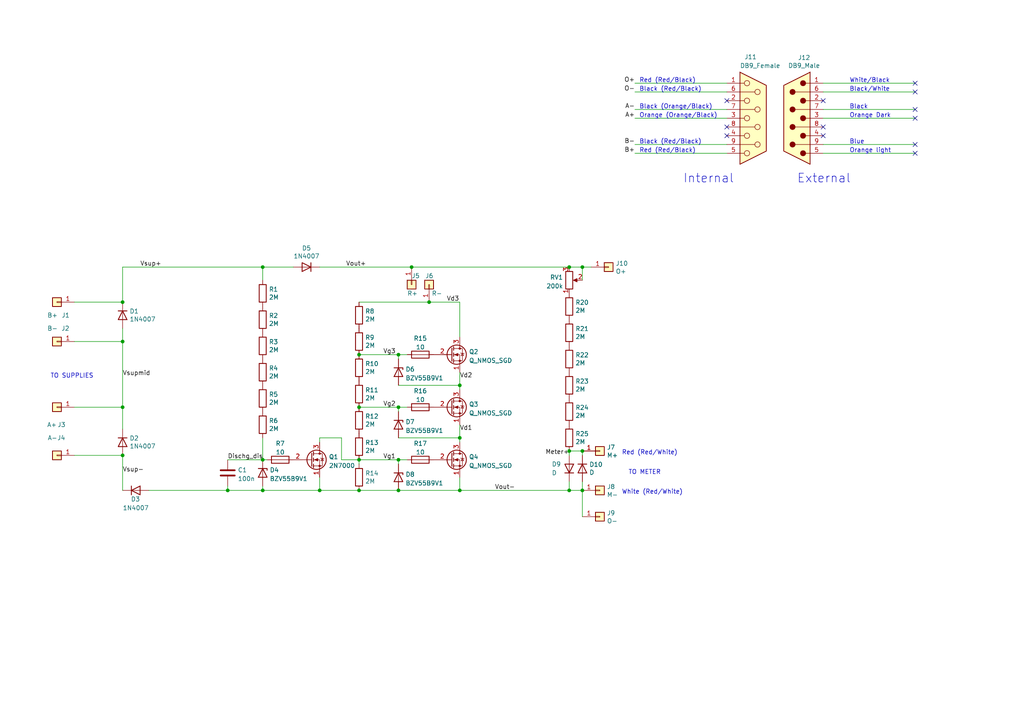
<source format=kicad_sch>
(kicad_sch (version 20211123) (generator eeschema)
  (paper "A4")
  (title_block (title "Z+ HV discharge, series and meter circuit") (date "2021-11-02") (rev "B") (company "NXP Toulouse") (comment 1 "Xavier Bourlot"))
  (lib_symbols
    (symbol "Connector:DB9_Female" (pin_names (offset 1.016) hide)
      (property "Reference" "J" (at 0 13.97 0))
      (property "Value" "DB9_Female" (at 0 -14.605 0))
      (symbol "DB9_Female_0_1"
        (circle (center -1.778 -10.16) (radius 0.762))
        (circle (center -1.778 -5.08) (radius 0.762))
        (circle (center -1.778 0) (radius 0.762))
        (circle (center -1.778 5.08) (radius 0.762))
        (circle (center -1.778 10.16) (radius 0.762))
        (polyline (pts (xy -3.81 -10.16) (xy -2.54 -10.16)))
        (polyline (pts (xy -3.81 -7.62) (xy 0.508 -7.62)))
        (polyline (pts (xy -3.81 -5.08) (xy -2.54 -5.08)))
        (polyline (pts (xy -3.81 -2.54) (xy 0.508 -2.54)))
        (polyline (pts (xy -3.81 0) (xy -2.54 0)))
        (polyline (pts (xy -3.81 2.54) (xy 0.508 2.54)))
        (polyline (pts (xy -3.81 5.08) (xy -2.54 5.08)))
        (polyline (pts (xy -3.81 7.62) (xy 0.508 7.62)))
        (polyline (pts (xy -3.81 10.16) (xy -2.54 10.16)))
        (polyline (pts (xy -3.81 13.335) (xy -3.81 -13.335) (xy 3.81 -9.525) (xy 3.81 9.525) (xy -3.81 13.335)) (stroke (width 0.254)) (fill (type background)))
        (circle (center 1.27 -7.62) (radius 0.762))
        (circle (center 1.27 -2.54) (radius 0.762))
        (circle (center 1.27 2.54) (radius 0.762))
        (circle (center 1.27 7.62) (radius 0.762))
      )
      (symbol "DB9_Female_1_1"
        (pin passive line (at -7.62 10.16 0) (length 3.81) (name "1") (number "1"))
        (pin passive line (at -7.62 5.08 0) (length 3.81) (name "2") (number "2"))
        (pin passive line (at -7.62 0 0) (length 3.81) (name "3") (number "3"))
        (pin passive line (at -7.62 -5.08 0) (length 3.81) (name "4") (number "4"))
        (pin passive line (at -7.62 -10.16 0) (length 3.81) (name "5") (number "5"))
        (pin passive line (at -7.62 7.62 0) (length 3.81) (name "6") (number "6"))
        (pin passive line (at -7.62 2.54 0) (length 3.81) (name "7") (number "7"))
        (pin passive line (at -7.62 -2.54 0) (length 3.81) (name "8") (number "8"))
        (pin passive line (at -7.62 -7.62 0) (length 3.81) (name "9") (number "9"))
      )
    )
    (symbol "Connector:DB9_Male" (pin_names (offset 1.016) hide)
      (property "Reference" "J" (at 0 13.97 0))
      (property "Value" "DB9_Male" (at 0 -14.605 0))
      (symbol "DB9_Male_0_1"
        (circle (center -1.778 -10.16) (radius 0.762) (fill (type outline)))
        (circle (center -1.778 -5.08) (radius 0.762) (fill (type outline)))
        (circle (center -1.778 0) (radius 0.762) (fill (type outline)))
        (circle (center -1.778 5.08) (radius 0.762) (fill (type outline)))
        (circle (center -1.778 10.16) (radius 0.762) (fill (type outline)))
        (polyline (pts (xy -3.81 -10.16) (xy -2.54 -10.16)))
        (polyline (pts (xy -3.81 -7.62) (xy 0.508 -7.62)))
        (polyline (pts (xy -3.81 -5.08) (xy -2.54 -5.08)))
        (polyline (pts (xy -3.81 -2.54) (xy 0.508 -2.54)))
        (polyline (pts (xy -3.81 0) (xy -2.54 0)))
        (polyline (pts (xy -3.81 2.54) (xy 0.508 2.54)))
        (polyline (pts (xy -3.81 5.08) (xy -2.54 5.08)))
        (polyline (pts (xy -3.81 7.62) (xy 0.508 7.62)))
        (polyline (pts (xy -3.81 10.16) (xy -2.54 10.16)))
        (polyline (pts (xy -3.81 -13.335) (xy -3.81 13.335) (xy 3.81 9.525) (xy 3.81 -9.525) (xy -3.81 -13.335)) (stroke (width 0.254)) (fill (type background)))
        (circle (center 1.27 -7.62) (radius 0.762) (fill (type outline)))
        (circle (center 1.27 -2.54) (radius 0.762) (fill (type outline)))
        (circle (center 1.27 2.54) (radius 0.762) (fill (type outline)))
        (circle (center 1.27 7.62) (radius 0.762) (fill (type outline)))
      )
      (symbol "DB9_Male_1_1"
        (pin passive line (at -7.62 -10.16 0) (length 3.81) (name "1") (number "1"))
        (pin passive line (at -7.62 -5.08 0) (length 3.81) (name "2") (number "2"))
        (pin passive line (at -7.62 0 0) (length 3.81) (name "3") (number "3"))
        (pin passive line (at -7.62 5.08 0) (length 3.81) (name "4") (number "4"))
        (pin passive line (at -7.62 10.16 0) (length 3.81) (name "5") (number "5"))
        (pin passive line (at -7.62 -7.62 0) (length 3.81) (name "6") (number "6"))
        (pin passive line (at -7.62 -2.54 0) (length 3.81) (name "7") (number "7"))
        (pin passive line (at -7.62 2.54 0) (length 3.81) (name "8") (number "8"))
        (pin passive line (at -7.62 7.62 0) (length 3.81) (name "9") (number "9"))
      )
    )
    (symbol "Connector_Generic:Conn_01x01" (pin_names (offset 1.016) hide)
      (property "Reference" "J" (at 0 2.54 0))
      (property "Value" "Conn_01x01" (at 0 -2.54 0))
      (symbol "Conn_01x01_1_1"
        (rectangle (start -1.27 0.127) (end 0 -0.127) (stroke (width 0.1524)))
        (rectangle (start -1.27 1.27) (end 1.27 -1.27) (stroke (width 0.254)) (fill (type background)))
        (pin passive line (at -5.08 0 0) (length 3.81) (name "Pin_1") (number "1"))
      )
    )
    (symbol "Device:C" (pin_numbers hide) (pin_names (offset 0.254))
      (property "Reference" "C" (at 0.635 2.54 0))
      (property "Value" "C" (at 0.635 -2.54 0))
      (symbol "C_0_1"
        (polyline (pts (xy -2.032 -0.762) (xy 2.032 -0.762)) (stroke (width 0.508)))
        (polyline (pts (xy -2.032 0.762) (xy 2.032 0.762)) (stroke (width 0.508)))
      )
      (symbol "C_1_1"
        (pin passive line (at 0 3.81 270) (length 2.794) (name "~") (number "1"))
        (pin passive line (at 0 -3.81 90) (length 2.794) (name "~") (number "2"))
      )
    )
    (symbol "Device:D" (pin_numbers hide) (pin_names (offset 1.016) hide)
      (property "Reference" "D" (at 0 2.54 0))
      (property "Value" "D" (at 0 -2.54 0))
      (symbol "D_0_1"
        (polyline (pts (xy -1.27 1.27) (xy -1.27 -1.27)) (stroke (width 0.254)))
        (polyline (pts (xy 1.27 0) (xy -1.27 0)))
        (polyline (pts (xy 1.27 1.27) (xy 1.27 -1.27) (xy -1.27 0) (xy 1.27 1.27)) (stroke (width 0.254)))
      )
      (symbol "D_1_1"
        (pin passive line (at -3.81 0 0) (length 2.54) (name "K") (number "1"))
        (pin passive line (at 3.81 0 180) (length 2.54) (name "A") (number "2"))
      )
    )
    (symbol "Device:Q_NMOS_SGD" (pin_names (offset 0) hide)
      (property "Reference" "Q" (at 5.08 1.27 0))
      (property "Value" "Q_NMOS_SGD" (at 5.08 -1.27 0))
      (symbol "Q_NMOS_SGD_0_1"
        (polyline (pts (xy 0.254 0) (xy -2.54 0)))
        (polyline (pts (xy 0.254 1.905) (xy 0.254 -1.905)) (stroke (width 0.254)))
        (polyline (pts (xy 0.762 -1.27) (xy 0.762 -2.286)) (stroke (width 0.254)))
        (polyline (pts (xy 0.762 0.508) (xy 0.762 -0.508)) (stroke (width 0.254)))
        (polyline (pts (xy 0.762 2.286) (xy 0.762 1.27)) (stroke (width 0.254)))
        (polyline (pts (xy 2.54 2.54) (xy 2.54 1.778)))
        (polyline (pts (xy 2.54 -2.54) (xy 2.54 0) (xy 0.762 0)))
        (polyline (pts (xy 0.762 -1.778) (xy 3.302 -1.778) (xy 3.302 1.778) (xy 0.762 1.778)))
        (polyline (pts (xy 1.016 0) (xy 2.032 0.381) (xy 2.032 -0.381) (xy 1.016 0)) (fill (type outline)))
        (polyline (pts (xy 2.794 0.508) (xy 2.921 0.381) (xy 3.683 0.381) (xy 3.81 0.254)))
        (polyline (pts (xy 3.302 0.381) (xy 2.921 -0.254) (xy 3.683 -0.254) (xy 3.302 0.381)))
        (circle (center 1.651 0) (radius 2.794) (stroke (width 0.254)))
        (circle (center 2.54 -1.778) (radius 0.254) (fill (type outline)))
        (circle (center 2.54 1.778) (radius 0.254) (fill (type outline)))
      )
      (symbol "Q_NMOS_SGD_1_1"
        (pin passive line (at 2.54 -5.08 90) (length 2.54) (name "S") (number "1"))
        (pin input line (at -5.08 0 0) (length 5.08) (name "G") (number "2"))
        (pin passive line (at 2.54 5.08 270) (length 2.54) (name "D") (number "3"))
      )
    )
    (symbol "Device:R" (pin_numbers hide) (pin_names (offset 0))
      (property "Reference" "R" (at 2.032 0 90))
      (property "Value" "R" (at 0 0 90))
      (symbol "R_0_1"
        (rectangle (start -1.016 -2.54) (end 1.016 2.54) (stroke (width 0.254)))
      )
      (symbol "R_1_1"
        (pin passive line (at 0 3.81 270) (length 1.27) (name "~") (number "1"))
        (pin passive line (at 0 -3.81 90) (length 1.27) (name "~") (number "2"))
      )
    )
    (symbol "Device:R_Potentiometer" (pin_names (offset 1.016) hide)
      (property "Reference" "RV" (at -4.445 0 90))
      (property "Value" "R_Potentiometer" (at -2.54 0 90))
      (symbol "R_Potentiometer_0_1"
        (polyline (pts (xy 2.54 0) (xy 1.524 0)))
        (polyline (pts (xy 1.143 0) (xy 2.286 0.508) (xy 2.286 -0.508) (xy 1.143 0)) (fill (type outline)))
        (rectangle (start 1.016 2.54) (end -1.016 -2.54) (stroke (width 0.254)))
      )
      (symbol "R_Potentiometer_1_1"
        (pin passive line (at 0 3.81 270) (length 1.27) (name "1") (number "1"))
        (pin passive line (at 3.81 0 180) (length 1.27) (name "2") (number "2"))
        (pin passive line (at 0 -3.81 90) (length 1.27) (name "3") (number "3"))
      )
    )
    (symbol "Diode:1N4007" (pin_numbers hide) (pin_names (offset 1.016) hide)
      (property "Reference" "D" (at 0 2.54 0))
      (property "Value" "1N4007" (at 0 -2.54 0))
      (symbol "1N4007_0_1"
        (polyline (pts (xy -1.27 1.27) (xy -1.27 -1.27)) (stroke (width 0.254)))
        (polyline (pts (xy 1.27 0) (xy -1.27 0)))
        (polyline (pts (xy 1.27 1.27) (xy 1.27 -1.27) (xy -1.27 0) (xy 1.27 1.27)) (stroke (width 0.254)))
      )
      (symbol "1N4007_1_1"
        (pin passive line (at -3.81 0 0) (length 2.54) (name "K") (number "1"))
        (pin passive line (at 3.81 0 180) (length 2.54) (name "A") (number "2"))
      )
    )
    (symbol "Diode:BZV55B9V1" (pin_numbers hide) (pin_names (offset 1.016) hide)
      (property "Reference" "D" (at 0 2.54 0))
      (property "Value" "BZV55B9V1" (at 0 -2.54 0))
      (symbol "BZV55B9V1_0_1"
        (polyline (pts (xy 1.27 0) (xy -1.27 0)))
        (polyline (pts (xy -1.27 -1.27) (xy -1.27 1.27) (xy -0.762 1.27)) (stroke (width 0.254)))
        (polyline (pts (xy 1.27 -1.27) (xy 1.27 1.27) (xy -1.27 0) (xy 1.27 -1.27)) (stroke (width 0.254)))
      )
      (symbol "BZV55B9V1_1_1"
        (pin passive line (at -3.81 0 0) (length 2.54) (name "K") (number "1"))
        (pin passive line (at 3.81 0 180) (length 2.54) (name "A") (number "2"))
      )
    )
    (symbol "Transistor_FET:2N7000" (pin_names hide)
      (property "Reference" "Q" (at 5.08 1.905 0))
      (property "Value" "2N7000" (at 5.08 0 0))
      (symbol "2N7000_0_1"
        (polyline (pts (xy 0.254 0) (xy -2.54 0)))
        (polyline (pts (xy 0.254 1.905) (xy 0.254 -1.905)) (stroke (width 0.254)))
        (polyline (pts (xy 0.762 -1.27) (xy 0.762 -2.286)) (stroke (width 0.254)))
        (polyline (pts (xy 0.762 0.508) (xy 0.762 -0.508)) (stroke (width 0.254)))
        (polyline (pts (xy 0.762 2.286) (xy 0.762 1.27)) (stroke (width 0.254)))
        (polyline (pts (xy 2.54 2.54) (xy 2.54 1.778)))
        (polyline (pts (xy 2.54 -2.54) (xy 2.54 0) (xy 0.762 0)))
        (polyline (pts (xy 0.762 -1.778) (xy 3.302 -1.778) (xy 3.302 1.778) (xy 0.762 1.778)))
        (polyline (pts (xy 1.016 0) (xy 2.032 0.381) (xy 2.032 -0.381) (xy 1.016 0)) (fill (type outline)))
        (polyline (pts (xy 2.794 0.508) (xy 2.921 0.381) (xy 3.683 0.381) (xy 3.81 0.254)))
        (polyline (pts (xy 3.302 0.381) (xy 2.921 -0.254) (xy 3.683 -0.254) (xy 3.302 0.381)))
        (circle (center 1.651 0) (radius 2.794) (stroke (width 0.254)))
        (circle (center 2.54 -1.778) (radius 0.254) (fill (type outline)))
        (circle (center 2.54 1.778) (radius 0.254) (fill (type outline)))
      )
      (symbol "2N7000_1_1"
        (pin passive line (at 2.54 -5.08 90) (length 2.54) (name "S") (number "1"))
        (pin input line (at -5.08 0 0) (length 2.54) (name "G") (number "2"))
        (pin passive line (at 2.54 5.08 270) (length 2.54) (name "D") (number "3"))
      )
    )
    (symbol "_MYLIBRARY:BridgedResistor" (pin_numbers hide) (pin_names (offset 0))
      (property "Reference" "R" (at 2.032 0 90))
      (property "Value" "BridgedResistor" (at -2.54 0 90))
      (symbol "BridgedResistor_0_1"
        (rectangle (start -1.016 -2.54) (end 1.016 2.54) (stroke (width 0.254)))
        (polyline (pts (xy 0 -3.81) (xy 0 3.81)) (stroke (width 0.1524)))
      )
      (symbol "BridgedResistor_1_1"
        (pin passive line (at 0 3.81 270) (length 1.27) (name "~") (number "1"))
        (pin passive line (at 0 -3.81 90) (length 1.27) (name "~") (number "2"))
      )
    )
  )
  (junction (at 165.1 130.81))
  (junction (at 66.04 142.24))
  (junction (at 133.35 111.76))
  (junction (at 124.46 87.63))
  (junction (at 104.14 133.35))
  (junction (at 92.71 142.24))
  (junction (at 119.38 77.47))
  (junction (at 115.57 142.24))
  (junction (at 165.1 77.47))
  (junction (at 76.2 77.47))
  (junction (at 168.91 77.47))
  (junction (at 168.91 130.81))
  (junction (at 35.56 99.06))
  (junction (at 133.35 142.24))
  (junction (at 115.57 118.11))
  (junction (at 165.1 142.24))
  (junction (at 104.14 142.24))
  (junction (at 104.14 102.87))
  (junction (at 133.35 127))
  (junction (at 76.2 133.35))
  (junction (at 168.91 142.24))
  (junction (at 104.14 118.11))
  (junction (at 76.2 142.24))
  (junction (at 35.56 118.11))
  (junction (at 115.57 133.35))
  (junction (at 35.56 87.63))
  (junction (at 115.57 102.87))
  (junction (at 35.56 132.08))
  (no_connect (at 210.82 39.37))
  (no_connect (at 210.82 29.21))
  (no_connect (at 238.76 36.83))
  (no_connect (at 238.76 39.37))
  (no_connect (at 265.43 26.67))
  (no_connect (at 265.43 31.75))
  (no_connect (at 265.43 34.29))
  (no_connect (at 265.43 41.91))
  (no_connect (at 265.43 44.45))
  (no_connect (at 265.43 24.13))
  (no_connect (at 210.82 36.83))
  (no_connect (at 238.76 29.21))
  (wire (pts (xy 92.71 128.27) (xy 92.71 127)))
  (wire (pts (xy 35.56 77.47) (xy 76.2 77.47)))
  (wire (pts (xy 99.06 133.35) (xy 104.14 133.35)))
  (wire (pts (xy 21.59 99.06) (xy 35.56 99.06)))
  (wire (pts (xy 115.57 104.14) (xy 115.57 102.87)))
  (wire (pts (xy 21.59 132.08) (xy 35.56 132.08)))
  (wire (pts (xy 133.35 142.24) (xy 165.1 142.24)))
  (wire (pts (xy 21.59 87.63) (xy 35.56 87.63)))
  (wire (pts (xy 43.18 142.24) (xy 66.04 142.24)))
  (wire (pts (xy 238.76 31.75) (xy 265.43 31.75)))
  (wire (pts (xy 210.82 41.91) (xy 184.15 41.91)))
  (wire (pts (xy 115.57 142.24) (xy 133.35 142.24)))
  (wire (pts (xy 165.1 77.47) (xy 168.91 77.47)))
  (wire (pts (xy 35.56 99.06) (xy 35.56 95.25)))
  (wire (pts (xy 119.38 77.47) (xy 165.1 77.47)))
  (wire (pts (xy 133.35 127) (xy 133.35 128.27)))
  (wire (pts (xy 265.43 44.45) (xy 238.76 44.45)))
  (wire (pts (xy 66.04 140.97) (xy 66.04 142.24)))
  (wire (pts (xy 92.71 127) (xy 99.06 127)))
  (wire (pts (xy 168.91 130.81) (xy 165.1 130.81)))
  (wire (pts (xy 238.76 41.91) (xy 265.43 41.91)))
  (wire (pts (xy 92.71 138.43) (xy 92.71 142.24)))
  (wire (pts (xy 133.35 87.63) (xy 133.35 97.79)))
  (wire (pts (xy 66.04 142.24) (xy 76.2 142.24)))
  (wire (pts (xy 76.2 127) (xy 76.2 133.35)))
  (wire (pts (xy 210.82 31.75) (xy 184.15 31.75)))
  (wire (pts (xy 184.15 34.29) (xy 210.82 34.29)))
  (wire (pts (xy 115.57 127) (xy 133.35 127)))
  (wire (pts (xy 21.59 118.11) (xy 35.56 118.11)))
  (wire (pts (xy 265.43 34.29) (xy 238.76 34.29)))
  (wire (pts (xy 168.91 77.47) (xy 168.91 81.28)))
  (wire (pts (xy 35.56 124.46) (xy 35.56 118.11)))
  (wire (pts (xy 99.06 127) (xy 99.06 133.35)))
  (wire (pts (xy 168.91 142.24) (xy 168.91 149.86)))
  (wire (pts (xy 184.15 44.45) (xy 210.82 44.45)))
  (wire (pts (xy 115.57 134.62) (xy 115.57 133.35)))
  (wire (pts (xy 133.35 111.76) (xy 133.35 113.03)))
  (wire (pts (xy 76.2 77.47) (xy 76.2 81.28)))
  (wire (pts (xy 210.82 24.13) (xy 184.15 24.13)))
  (wire (pts (xy 104.14 133.35) (xy 115.57 133.35)))
  (wire (pts (xy 184.15 26.67) (xy 210.82 26.67)))
  (wire (pts (xy 76.2 133.35) (xy 77.47 133.35)))
  (wire (pts (xy 165.1 142.24) (xy 168.91 142.24)))
  (wire (pts (xy 168.91 77.47) (xy 171.45 77.47)))
  (wire (pts (xy 35.56 142.24) (xy 35.56 132.08)))
  (wire (pts (xy 115.57 133.35) (xy 118.11 133.35)))
  (wire (pts (xy 115.57 119.38) (xy 115.57 118.11)))
  (wire (pts (xy 115.57 118.11) (xy 118.11 118.11)))
  (wire (pts (xy 35.56 118.11) (xy 35.56 99.06)))
  (wire (pts (xy 165.1 132.08) (xy 165.1 130.81)))
  (wire (pts (xy 35.56 87.63) (xy 35.56 77.47)))
  (wire (pts (xy 104.14 134.62) (xy 104.14 133.35)))
  (wire (pts (xy 104.14 118.11) (xy 115.57 118.11)))
  (wire (pts (xy 165.1 139.7) (xy 165.1 142.24)))
  (wire (pts (xy 133.35 127) (xy 133.35 123.19)))
  (wire (pts (xy 76.2 140.97) (xy 76.2 142.24)))
  (wire (pts (xy 133.35 142.24) (xy 133.35 138.43)))
  (wire (pts (xy 133.35 87.63) (xy 124.46 87.63)))
  (wire (pts (xy 104.14 102.87) (xy 115.57 102.87)))
  (wire (pts (xy 76.2 77.47) (xy 85.09 77.47)))
  (wire (pts (xy 124.46 87.63) (xy 104.14 87.63)))
  (wire (pts (xy 238.76 24.13) (xy 265.43 24.13)))
  (wire (pts (xy 76.2 142.24) (xy 92.71 142.24)))
  (wire (pts (xy 115.57 102.87) (xy 118.11 102.87)))
  (wire (pts (xy 168.91 139.7) (xy 168.91 142.24)))
  (wire (pts (xy 104.14 142.24) (xy 115.57 142.24)))
  (wire (pts (xy 133.35 111.76) (xy 133.35 107.95)))
  (wire (pts (xy 92.71 77.47) (xy 119.38 77.47)))
  (wire (pts (xy 66.04 133.35) (xy 76.2 133.35)))
  (wire (pts (xy 265.43 26.67) (xy 238.76 26.67)))
  (wire (pts (xy 92.71 142.24) (xy 104.14 142.24)))
  (wire (pts (xy 115.57 111.76) (xy 133.35 111.76)))
  (wire (pts (xy 168.91 132.08) (xy 168.91 130.81)))
  (text "White (Red/White)" (at 180.34 143.51 0) (effects (font (size 1.27 1.27)) (justify left bottom)))
  (text "TO METER" (at 182.245 137.795 0) (effects (font (size 1.27 1.27)) (justify left bottom)))
  (text "Black (Red/Black)" (at 185.42 41.91 0) (effects (font (size 1.27 1.27)) (justify left bottom)))
  (text "Black" (at 246.38 31.75 0) (effects (font (size 1.27 1.27)) (justify left bottom)))
  (text "Black (Orange/Black)" (at 185.42 31.75 0) (effects (font (size 1.27 1.27)) (justify left bottom)))
  (text "Black/White" (at 246.38 26.67 0) (effects (font (size 1.27 1.27)) (justify left bottom)))
  (text "External" (at 231.14 53.34 0) (effects (font (size 2.54 2.54)) (justify left bottom)))
  (text "Orange (Orange/Black)" (at 185.42 34.29 0) (effects (font (size 1.27 1.27)) (justify left bottom)))
  (text "Red (Red/White)" (at 180.34 132.08 0) (effects (font (size 1.27 1.27)) (justify left bottom)))
  (text "Blue" (at 246.38 41.91 0) (effects (font (size 1.27 1.27)) (justify left bottom)))
  (text "Red (Red/Black)" (at 185.42 44.45 0) (effects (font (size 1.27 1.27)) (justify left bottom)))
  (text "Red (Red/Black)" (at 185.42 24.13 0) (effects (font (size 1.27 1.27)) (justify left bottom)))
  (text "TO SUPPLIES" (at 14.605 109.855 0) (effects (font (size 1.27 1.27)) (justify left bottom)))
  (text "Orange Dark" (at 246.38 34.29 0) (effects (font (size 1.27 1.27)) (justify left bottom)))
  (text "White/Black" (at 246.38 24.13 0) (effects (font (size 1.27 1.27)) (justify left bottom)))
  (text "Internal" (at 198.12 53.34 0) (effects (font (size 2.54 2.54)) (justify left bottom)))
  (text "Black (Red/Black)" (at 185.42 26.67 0) (effects (font (size 1.27 1.27)) (justify left bottom)))
  (text "Orange light" (at 246.38 44.45 0) (effects (font (size 1.27 1.27)) (justify left bottom)))
  (label "A-" (at 184.15 31.75 180))
  (label "B-" (at 184.15 41.91 180))
  (label "Vout+" (at 100.33 77.47 0))
  (label "Vsup+" (at 40.64 77.47 0))
  (label "Vd1" (at 133.35 125.095 0))
  (label "Dischg_dis" (at 66.04 133.35 0))
  (label "B+" (at 184.15 44.45 180))
  (label "Vd3" (at 129.54 87.63 0))
  (label "O-" (at 184.15 26.67 180))
  (label "Vsup-" (at 35.56 137.16 0))
  (label "Vsupmid" (at 35.56 109.22 0))
  (label "Meter+" (at 165.1 132.08 180))
  (label "O+" (at 184.15 24.13 180))
  (label "Vout-" (at 143.51 142.24 0))
  (label "Vg3" (at 111.125 102.87 0))
  (label "Vg2" (at 111.125 118.11 0))
  (label "Vd2" (at 133.35 109.855 0))
  (label "Vg1" (at 111.125 133.35 0))
  (label "A+" (at 184.15 34.29 180))
  (symbol (lib_id "Diode:1N4007") (at 88.9 77.47 180) (unit 1)
    (property "Reference" "D5" (at 88.9 71.9836 0))
    (property "Value" "1N4007" (at 88.9 74.295 0))
    (property "Footprint" "Diode_THT:D_DO-41_SOD81_P10.16mm_Horizontal" (effects hide))
    (property "Datasheet" "http://www.vishay.com/docs/88503/1n4001.pdf" (effects hide))
  )
  (symbol (lib_id "Diode:1N4007") (at 35.56 91.44 270) (unit 1)
    (property "Reference" "D1" (at 37.5666 90.2716 90) (effects (justify left)))
    (property "Value" "1N4007" (at 37.5666 92.583 90) (effects (justify left)))
    (property "Footprint" "Diode_THT:D_DO-41_SOD81_P10.16mm_Horizontal" (effects hide))
    (property "Datasheet" "http://www.vishay.com/docs/88503/1n4001.pdf" (effects hide))
  )
  (symbol (lib_id "Diode:1N4007") (at 35.56 128.27 270) (unit 1)
    (property "Reference" "D2" (at 37.5666 127.1016 90) (effects (justify left)))
    (property "Value" "1N4007" (at 37.5666 129.413 90) (effects (justify left)))
    (property "Footprint" "Diode_THT:D_DO-41_SOD81_P10.16mm_Horizontal" (effects hide))
    (property "Datasheet" "http://www.vishay.com/docs/88503/1n4001.pdf" (effects hide))
  )
  (symbol (lib_id "Diode:1N4007") (at 39.37 142.24 0) (unit 1)
    (property "Reference" "D3" (at 40.64 144.78 0) (effects (justify right)))
    (property "Value" "1N4007" (at 43.18 147.32 0) (effects (justify right)))
    (property "Footprint" "Diode_THT:D_DO-41_SOD81_P10.16mm_Horizontal" (effects hide))
    (property "Datasheet" "http://www.vishay.com/docs/88503/1n4001.pdf" (effects hide))
  )
  (symbol (lib_id "Device:R") (at 165.1 127 0) (unit 1)
    (property "Reference" "R25" (at 166.878 125.8316 0) (effects (justify left)))
    (property "Value" "2M" (at 166.878 128.143 0) (effects (justify left)))
    (property "Footprint" "Resistor_SMD:R_0805_2012Metric_Pad1.20x1.40mm_HandSolder" (effects hide))
  )
  (symbol (lib_id "Device:R") (at 165.1 119.38 0) (unit 1)
    (property "Reference" "R24" (at 166.878 118.2116 0) (effects (justify left)))
    (property "Value" "2M" (at 166.878 120.523 0) (effects (justify left)))
    (property "Footprint" "Resistor_SMD:R_0805_2012Metric_Pad1.20x1.40mm_HandSolder" (effects hide))
  )
  (symbol (lib_id "Device:R") (at 165.1 111.76 0) (unit 1)
    (property "Reference" "R23" (at 166.878 110.5916 0) (effects (justify left)))
    (property "Value" "2M" (at 166.878 112.903 0) (effects (justify left)))
    (property "Footprint" "Resistor_SMD:R_0805_2012Metric_Pad1.20x1.40mm_HandSolder" (effects hide))
  )
  (symbol (lib_id "Device:R") (at 165.1 104.14 0) (unit 1)
    (property "Reference" "R22" (at 166.878 102.9716 0) (effects (justify left)))
    (property "Value" "2M" (at 166.878 105.283 0) (effects (justify left)))
    (property "Footprint" "Resistor_SMD:R_0805_2012Metric_Pad1.20x1.40mm_HandSolder" (effects hide))
  )
  (symbol (lib_id "Device:R") (at 165.1 96.52 0) (unit 1)
    (property "Reference" "R21" (at 166.878 95.3516 0) (effects (justify left)))
    (property "Value" "2M" (at 166.878 97.663 0) (effects (justify left)))
    (property "Footprint" "Resistor_SMD:R_0805_2012Metric_Pad1.20x1.40mm_HandSolder" (effects hide))
  )
  (symbol (lib_id "Device:R") (at 165.1 88.9 0) (unit 1)
    (property "Reference" "R20" (at 166.878 87.7316 0) (effects (justify left)))
    (property "Value" "2M" (at 166.878 90.043 0) (effects (justify left)))
    (property "Footprint" "Resistor_SMD:R_0805_2012Metric_Pad1.20x1.40mm_HandSolder" (effects hide))
  )
  (symbol (lib_id "Connector_Generic:Conn_01x01") (at 16.51 132.08 180) (unit 1)
    (property "Reference" "J4" (at 17.78 127 0))
    (property "Value" "A-" (at 15.24 127 0))
    (property "Footprint" "TestPoint:TestPoint_THTPad_D4.0mm_Drill2.0mm" (effects hide))
  )
  (symbol (lib_id "Connector_Generic:Conn_01x01") (at 16.51 118.11 180) (unit 1)
    (property "Reference" "J3" (at 19.05 123.19 0) (effects (justify left)))
    (property "Value" "A+" (at 16.51 123.19 0) (effects (justify left)))
    (property "Footprint" "TestPoint:TestPoint_THTPad_D4.0mm_Drill2.0mm" (effects hide))
  )
  (symbol (lib_id "Connector_Generic:Conn_01x01") (at 16.51 99.06 180) (unit 1)
    (property "Reference" "J2" (at 17.78 95.25 0) (effects (justify right)))
    (property "Value" "B-" (at 15.24 95.25 0))
    (property "Footprint" "TestPoint:TestPoint_THTPad_D4.0mm_Drill2.0mm" (effects hide))
  )
  (symbol (lib_id "Connector_Generic:Conn_01x01") (at 16.51 87.63 180) (unit 1)
    (property "Reference" "J1" (at 19.05 91.44 0))
    (property "Value" "B+" (at 15.24 91.44 0))
    (property "Footprint" "TestPoint:TestPoint_THTPad_D4.0mm_Drill2.0mm" (effects hide))
  )
  (symbol (lib_id "Connector_Generic:Conn_01x01") (at 176.53 77.47 0) (unit 1)
    (property "Reference" "J10" (at 178.562 76.4032 0) (effects (justify left)))
    (property "Value" "O+" (at 178.562 78.7146 0) (effects (justify left)))
    (property "Footprint" "TestPoint:TestPoint_THTPad_D4.0mm_Drill2.0mm" (effects hide))
  )
  (symbol (lib_id "Connector_Generic:Conn_01x01") (at 173.99 149.86 0) (unit 1)
    (property "Reference" "J9" (at 176.022 148.7932 0) (effects (justify left)))
    (property "Value" "O-" (at 176.022 151.1046 0) (effects (justify left)))
    (property "Footprint" "TestPoint:TestPoint_THTPad_D4.0mm_Drill2.0mm" (effects hide))
  )
  (symbol (lib_id "Device:D") (at 168.91 135.89 270) (unit 1)
    (property "Reference" "D10" (at 170.9166 134.7216 90) (effects (justify left)))
    (property "Value" "D" (at 170.9166 137.033 90) (effects (justify left)))
    (property "Footprint" "Diode_SMD:D_MiniMELF" (effects hide))
  )
  (symbol (lib_id "Device:D") (at 165.1 135.89 270) (mirror x) (unit 1)
    (property "Reference" "D9" (at 160.02 134.62 90) (effects (justify left)))
    (property "Value" "D" (at 160.02 137.16 90) (effects (justify left)))
    (property "Footprint" "Diode_SMD:D_MiniMELF" (effects hide))
  )
  (symbol (lib_id "Connector_Generic:Conn_01x01") (at 173.99 142.24 0) (unit 1)
    (property "Reference" "J8" (at 176.022 141.1732 0) (effects (justify left)))
    (property "Value" "M-" (at 176.022 143.4846 0) (effects (justify left)))
    (property "Footprint" "TestPoint:TestPoint_THTPad_D2.5mm_Drill1.2mm" (effects hide))
  )
  (symbol (lib_id "Connector_Generic:Conn_01x01") (at 173.99 130.81 0) (unit 1)
    (property "Reference" "J7" (at 176.022 129.7432 0) (effects (justify left)))
    (property "Value" "M+" (at 176.022 132.0546 0) (effects (justify left)))
    (property "Footprint" "TestPoint:TestPoint_THTPad_D2.5mm_Drill1.2mm" (effects hide))
  )
  (symbol (lib_id "Connector:DB9_Female") (at 218.44 34.29 0) (unit 1)
    (property "Reference" "J11" (at 215.9 16.51 0) (effects (justify left)))
    (property "Value" "DB9_Female" (at 214.63 19.05 0) (effects (justify left)))
    (property "Datasheet" " ~" (effects hide))
  )
  (symbol (lib_id "Connector:DB9_Male") (at 231.14 34.29 180) (unit 1)
    (property "Reference" "J12" (at 233.2228 16.7132 0))
    (property "Value" "DB9_Male" (at 233.2228 19.0246 0))
    (property "Datasheet" " ~" (effects hide))
  )
  (symbol (lib_id "Connector_Generic:Conn_01x01") (at 119.38 82.55 270) (unit 1)
    (property "Reference" "J5" (at 119.38 80.01 90) (effects (justify left)))
    (property "Value" "R+" (at 118.11 85.09 90) (effects (justify left)))
    (property "Footprint" "TestPoint:TestPoint_THTPad_D4.0mm_Drill2.0mm" (effects hide))
  )
  (symbol (lib_id "Diode:BZV55B9V1") (at 76.2 137.16 270) (unit 1)
    (property "Reference" "D4" (at 78.232 136.3253 90) (effects (justify left)))
    (property "Value" "BZV55B9V1" (at 78.232 138.8622 90) (effects (justify left)))
    (property "Footprint" "Diode_SMD:D_MiniMELF" (effects hide))
    (property "Datasheet" "https://assets.nexperia.com/documents/data-sheet/BZV55_SER.pdf" (effects hide))
  )
  (symbol (lib_id "Diode:BZV55B9V1") (at 115.57 107.95 270) (unit 1)
    (property "Reference" "D6" (at 117.602 107.1153 90) (effects (justify left)))
    (property "Value" "BZV55B9V1" (at 117.602 109.6522 90) (effects (justify left)))
    (property "Footprint" "Diode_SMD:D_MiniMELF" (effects hide))
    (property "Datasheet" "https://assets.nexperia.com/documents/data-sheet/BZV55_SER.pdf" (effects hide))
  )
  (symbol (lib_id "Device:R") (at 76.2 107.95 0) (unit 1)
    (property "Reference" "R4" (at 77.978 106.7816 0) (effects (justify left)))
    (property "Value" "2M" (at 77.978 109.093 0) (effects (justify left)))
    (property "Footprint" "Resistor_SMD:R_0805_2012Metric_Pad1.20x1.40mm_HandSolder" (effects hide))
  )
  (symbol (lib_id "Device:R") (at 76.2 100.33 0) (unit 1)
    (property "Reference" "R3" (at 77.978 99.1616 0) (effects (justify left)))
    (property "Value" "2M" (at 77.978 101.473 0) (effects (justify left)))
    (property "Footprint" "Resistor_SMD:R_0805_2012Metric_Pad1.20x1.40mm_HandSolder" (effects hide))
  )
  (symbol (lib_id "Diode:BZV55B9V1") (at 115.57 138.43 270) (unit 1)
    (property "Reference" "D8" (at 117.602 137.5953 90) (effects (justify left)))
    (property "Value" "BZV55B9V1" (at 117.602 140.1322 90) (effects (justify left)))
    (property "Footprint" "Diode_SMD:D_MiniMELF" (effects hide))
    (property "Datasheet" "https://assets.nexperia.com/documents/data-sheet/BZV55_SER.pdf" (effects hide))
  )
  (symbol (lib_id "Device:R") (at 104.14 114.3 0) (unit 1)
    (property "Reference" "R11" (at 105.918 113.1316 0) (effects (justify left)))
    (property "Value" "2M" (at 105.918 115.443 0) (effects (justify left)))
    (property "Footprint" "Resistor_SMD:R_0805_2012Metric_Pad1.20x1.40mm_HandSolder" (effects hide))
  )
  (symbol (lib_id "_MYLIBRARY:BridgedResistor") (at 121.92 118.11 90) (unit 1)
    (property "Reference" "R16" (at 121.92 113.3942 90))
    (property "Value" "10" (at 121.92 115.9311 90))
    (property "Footprint" "footprints:RBridged_0805_2012Metric_Pad1.20x1.40mm_HandSolder" (effects hide))
  )
  (symbol (lib_id "_MYLIBRARY:BridgedResistor") (at 121.92 133.35 90) (unit 1)
    (property "Reference" "R17" (at 121.92 128.6342 90))
    (property "Value" "10" (at 121.92 131.1711 90))
    (property "Footprint" "footprints:RBridged_0805_2012Metric_Pad1.20x1.40mm_HandSolder" (effects hide))
  )
  (symbol (lib_id "Connector_Generic:Conn_01x01") (at 124.46 82.55 90) (unit 1)
    (property "Reference" "J6" (at 125.73 80.01 90) (effects (justify left)))
    (property "Value" "R-" (at 128.27 85.09 90) (effects (justify left)))
    (property "Footprint" "TestPoint:TestPoint_THTPad_D4.0mm_Drill2.0mm" (effects hide))
  )
  (symbol (lib_id "_MYLIBRARY:BridgedResistor") (at 81.28 133.35 90) (unit 1)
    (property "Reference" "R7" (at 81.28 128.6342 90))
    (property "Value" "10" (at 81.28 131.1711 90))
    (property "Footprint" "footprints:RBridged_0805_2012Metric_Pad1.20x1.40mm_HandSolder" (effects hide))
  )
  (symbol (lib_id "Device:R") (at 104.14 99.06 0) (unit 1)
    (property "Reference" "R9" (at 105.918 97.8916 0) (effects (justify left)))
    (property "Value" "2M" (at 105.918 100.203 0) (effects (justify left)))
    (property "Footprint" "Resistor_SMD:R_0805_2012Metric_Pad1.20x1.40mm_HandSolder" (effects hide))
  )
  (symbol (lib_id "Device:R") (at 104.14 121.92 0) (unit 1)
    (property "Reference" "R12" (at 105.918 120.7516 0) (effects (justify left)))
    (property "Value" "2M" (at 105.918 123.063 0) (effects (justify left)))
    (property "Footprint" "Resistor_SMD:R_0805_2012Metric_Pad1.20x1.40mm_HandSolder" (effects hide))
  )
  (symbol (lib_id "Device:R") (at 104.14 138.43 0) (unit 1)
    (property "Reference" "R14" (at 105.918 137.2616 0) (effects (justify left)))
    (property "Value" "2M" (at 105.918 139.573 0) (effects (justify left)))
    (property "Footprint" "Resistor_SMD:R_0805_2012Metric_Pad1.20x1.40mm_HandSolder" (effects hide))
  )
  (symbol (lib_id "Device:R") (at 76.2 123.19 0) (unit 1)
    (property "Reference" "R6" (at 77.978 122.0216 0) (effects (justify left)))
    (property "Value" "2M" (at 77.978 124.333 0) (effects (justify left)))
    (property "Footprint" "Resistor_SMD:R_0805_2012Metric_Pad1.20x1.40mm_HandSolder" (effects hide))
  )
  (symbol (lib_id "Device:R") (at 104.14 106.68 0) (unit 1)
    (property "Reference" "R10" (at 105.918 105.5116 0) (effects (justify left)))
    (property "Value" "2M" (at 105.918 107.823 0) (effects (justify left)))
    (property "Footprint" "Resistor_SMD:R_0805_2012Metric_Pad1.20x1.40mm_HandSolder" (effects hide))
  )
  (symbol (lib_id "_MYLIBRARY:BridgedResistor") (at 121.92 102.87 90) (unit 1)
    (property "Reference" "R15" (at 121.92 98.1542 90))
    (property "Value" "10" (at 121.92 100.6911 90))
    (property "Footprint" "footprints:RBridged_0805_2012Metric_Pad1.20x1.40mm_HandSolder" (effects hide))
  )
  (symbol (lib_id "Device:R") (at 76.2 115.57 0) (unit 1)
    (property "Reference" "R5" (at 77.978 114.4016 0) (effects (justify left)))
    (property "Value" "2M" (at 77.978 116.713 0) (effects (justify left)))
    (property "Footprint" "Resistor_SMD:R_0805_2012Metric_Pad1.20x1.40mm_HandSolder" (effects hide))
  )
  (symbol (lib_id "Device:C") (at 66.04 137.16 0) (unit 1)
    (property "Reference" "C1" (at 68.961 136.3253 0) (effects (justify left)))
    (property "Value" "100n" (at 68.961 138.8622 0) (effects (justify left)))
    (property "Footprint" "Capacitor_SMD:C_0805_2012Metric_Pad1.18x1.45mm_HandSolder" (effects hide))
  )
  (symbol (lib_id "Transistor_FET:2N7000") (at 90.17 133.35 0) (unit 1)
    (property "Reference" "Q1" (at 95.377 132.5153 0) (effects (justify left)))
    (property "Value" "2N7000" (at 95.377 135.0522 0) (effects (justify left)))
    (property "Footprint" "Package_TO_SOT_THT:TO-92_Inline_Wide" (effects hide))
    (property "Datasheet" "https://www.onsemi.com/pub/Collateral/NDS7002A-D.PDF" (effects hide))
  )
  (symbol (lib_id "Device:R") (at 104.14 91.44 0) (unit 1)
    (property "Reference" "R8" (at 105.918 90.2716 0) (effects (justify left)))
    (property "Value" "2M" (at 105.918 92.583 0) (effects (justify left)))
    (property "Footprint" "Resistor_SMD:R_0805_2012Metric_Pad1.20x1.40mm_HandSolder" (effects hide))
  )
  (symbol (lib_id "Device:R_Potentiometer") (at 165.1 81.28 0) (mirror x) (unit 1)
    (property "Reference" "RV1" (at 163.3221 80.4453 0) (effects (justify right)))
    (property "Value" "200k" (at 163.3221 82.9822 0) (effects (justify right)))
    (property "Footprint" "Potentiometer_THT:Potentiometer_Bourns_3266Z_Horizontal" (effects hide))
  )
  (symbol (lib_id "Device:R") (at 104.14 129.54 0) (unit 1)
    (property "Reference" "R13" (at 105.918 128.3716 0) (effects (justify left)))
    (property "Value" "2M" (at 105.918 130.683 0) (effects (justify left)))
    (property "Footprint" "Resistor_SMD:R_0805_2012Metric_Pad1.20x1.40mm_HandSolder" (effects hide))
  )
  (symbol (lib_id "Device:Q_NMOS_SGD") (at 130.81 118.11 0) (unit 1)
    (property "Reference" "Q3" (at 136.017 117.2753 0) (effects (justify left)))
    (property "Value" "Q_NMOS_SGD" (at 136.017 119.8122 0) (effects (justify left)))
    (property "Footprint" "Package_TO_SOT_THT:TO-92L_Wide" (effects hide))
  )
  (symbol (lib_id "Device:Q_NMOS_SGD") (at 130.81 133.35 0) (unit 1)
    (property "Reference" "Q4" (at 136.017 132.5153 0) (effects (justify left)))
    (property "Value" "Q_NMOS_SGD" (at 136.017 135.0522 0) (effects (justify left)))
    (property "Footprint" "Package_TO_SOT_THT:TO-92L_Wide" (effects hide))
  )
  (symbol (lib_id "Device:R") (at 76.2 92.71 0) (unit 1)
    (property "Reference" "R2" (at 77.978 91.5416 0) (effects (justify left)))
    (property "Value" "2M" (at 77.978 93.853 0) (effects (justify left)))
    (property "Footprint" "Resistor_SMD:R_0805_2012Metric_Pad1.20x1.40mm_HandSolder" (effects hide))
  )
  (symbol (lib_id "Device:Q_NMOS_SGD") (at 130.81 102.87 0) (unit 1)
    (property "Reference" "Q2" (at 136.017 102.0353 0) (effects (justify left)))
    (property "Value" "Q_NMOS_SGD" (at 136.017 104.5722 0) (effects (justify left)))
    (property "Footprint" "Package_TO_SOT_THT:TO-92L_Wide" (effects hide))
  )
  (symbol (lib_id "Device:R") (at 76.2 85.09 0) (unit 1)
    (property "Reference" "R1" (at 77.978 83.9216 0) (effects (justify left)))
    (property "Value" "2M" (at 77.978 86.233 0) (effects (justify left)))
    (property "Footprint" "Resistor_SMD:R_0805_2012Metric_Pad1.20x1.40mm_HandSolder" (effects hide))
  )
  (symbol (lib_id "Diode:BZV55B9V1") (at 115.57 123.19 270) (unit 1)
    (property "Reference" "D7" (at 117.602 122.3553 90) (effects (justify left)))
    (property "Value" "BZV55B9V1" (at 117.602 124.8922 90) (effects (justify left)))
    (property "Footprint" "Diode_SMD:D_MiniMELF" (effects hide))
    (property "Datasheet" "https://assets.nexperia.com/documents/data-sheet/BZV55_SER.pdf" (effects hide))
  )
)
</source>
